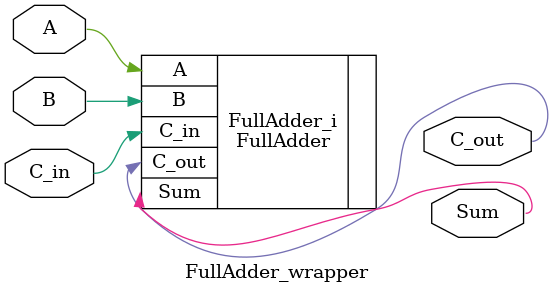
<source format=v>
`timescale 1 ps / 1 ps

module FullAdder_wrapper
   (A,
    B,
    C_in,
    C_out,
    Sum);
  input A;
  input [0:0]B;
  input [0:0]C_in;
  output [0:0]C_out;
  output [0:0]Sum;

  wire A;
  wire [0:0]B;
  wire [0:0]C_in;
  wire [0:0]C_out;
  wire [0:0]Sum;

  FullAdder FullAdder_i
       (.A(A),
        .B(B),
        .C_in(C_in),
        .C_out(C_out),
        .Sum(Sum));
endmodule

</source>
